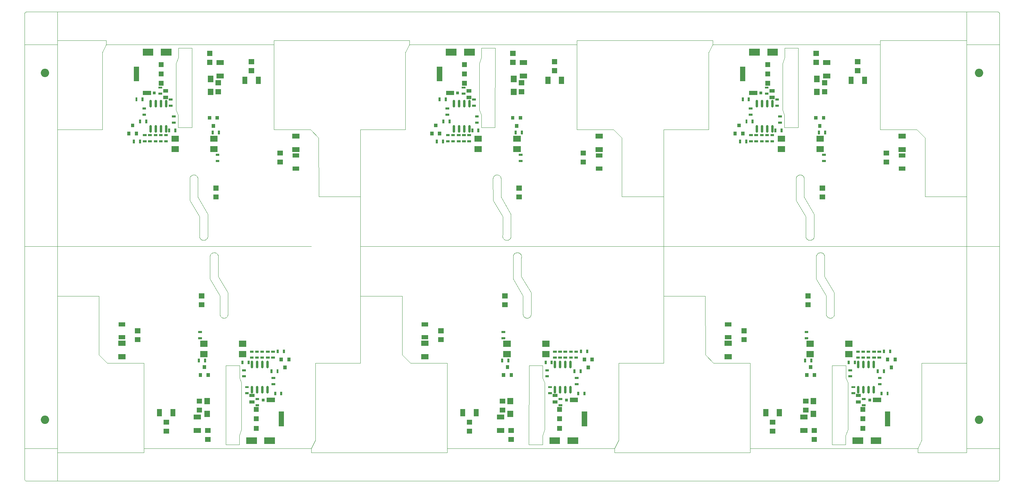
<source format=gtp>
*
%FSLAX36Y36*%
%MOIN*%
%ADD10R,0.048000X0.048000*%
%ADD11R,0.032000X0.032000*%
%ADD12R,0.065000X0.065000*%
%ADD13C,0.024000*%
%ADD14R,0.043310X0.043310*%
%ADD15R,0.031500X0.031500*%
%ADD16R,0.019690X0.019690*%
%ADD17R,0.059060X0.059060*%
%ADD18R,0.051180X0.051180*%
%ADD19R,0.055000X0.055000*%
%ADD20R,0.040000X0.040000*%
%ADD21C,0.003937*%
%ADD22C,0.080709*%
%IPPOS*%
%LNs2c02725.gtp*%
%LPD*%
G75*
G54D10*
X1683031Y770780D02*
X1687031D01*
X1683031Y684780D02*
X1687031D01*
X1368031Y481780D02*
X1364031D01*
X1368031Y567780D02*
X1364031D01*
X1677031Y488780D02*
X1655031D01*
X1677031Y618780D02*
X1655031D01*
X1705031Y1786780D02*
X1709031D01*
X1705031Y1700780D02*
X1709031D01*
X1769031Y401780D02*
X1765031D01*
X1769031Y487780D02*
X1765031D01*
X948192Y1199969D02*
X926192D01*
X948192Y1329969D02*
X926192D01*
X1092031Y1363780D02*
X1088031D01*
X1092031Y1449780D02*
X1088031D01*
X1300031Y649780D02*
Y671780D01*
X1430031Y649780D02*
Y671780D01*
G54D11*
X2547521Y1175850D02*
Y1171850D01*
X2473521Y1175850D02*
Y1171850D01*
X2510521Y1097850D02*
Y1093850D01*
X1695031Y1020780D02*
Y1024780D01*
X1769031Y1020780D02*
Y1024780D01*
X1732031Y1098780D02*
Y1102780D01*
G54D12*
X2168521Y389850D02*
X2205521D01*
X2343521D02*
X2380521D01*
G54D13*
X2338521Y1151850D02*
Y1101850D01*
X2288521Y1151850D02*
Y1101850D01*
X2238521Y1151850D02*
Y1101850D01*
X2188521Y1151850D02*
Y1101850D01*
Y907850D02*
Y857850D01*
X2238521Y907850D02*
Y857850D01*
X2288521Y907850D02*
Y857850D01*
X2338521Y907850D02*
Y857850D01*
G54D14*
X2389851Y782850D02*
X2354421D01*
G54D15*
X2301271D03*
X2183642Y826340D02*
X2199392D01*
X2183642Y763350D02*
X2199392D01*
G54D16*
X2235642Y790380D02*
X2251392D01*
X2235642Y731319D02*
X2251392D01*
X2106642Y1069380D02*
X2122392D01*
X2106642Y1010319D02*
X2122392D01*
X2402392Y1190319D02*
X2386642D01*
X2402392Y1249380D02*
X2386642D01*
X2151392Y847319D02*
X2135642D01*
X2151392Y906380D02*
X2135642D01*
X2352392Y1190319D02*
X2336642D01*
X2352392Y1249380D02*
X2336642D01*
X2474042Y852719D02*
Y836969D01*
X2414992Y852719D02*
Y836969D01*
X2247392Y1190319D02*
X2231642D01*
X2247392Y1249380D02*
X2231642D01*
X2197392Y1190319D02*
X2181642D01*
X2197392Y1249380D02*
X2181642D01*
X2159042Y1152719D02*
Y1136969D01*
X2099992Y1152719D02*
Y1136969D01*
X2438042Y1066719D02*
Y1050969D01*
X2378992Y1066719D02*
Y1050969D01*
X2499562Y1258660D02*
Y1242910D01*
X2440512Y1258660D02*
Y1242910D01*
X2406392Y934319D02*
X2390642D01*
X2406392Y993380D02*
X2390642D01*
X2297392Y1190319D02*
X2281642D01*
X2297392Y1249380D02*
X2281642D01*
X1684162Y1438310D02*
X1699912D01*
X1684162Y1379260D02*
X1699912D01*
X1680512Y1155910D02*
Y1171660D01*
X1739562Y1155910D02*
Y1171660D01*
G54D17*
X1721601Y1324850D02*
X1733412D01*
X1721601Y1224850D02*
X1733412D01*
X2095621D02*
X2107431D01*
X2095621Y1324850D02*
X2107431D01*
G54D18*
X2234442Y690400D03*
G54D18*
Y509300D03*
X2474592Y645119D02*
Y554569D01*
G54D18*
X2234442Y599850D03*
G54D19*
X1759521Y774850D02*
Y768850D01*
Y650850D02*
Y644850D01*
G54D20*
X948692Y1386969D02*
X925692D01*
X948692Y1512969D02*
X925692D01*
G54D10*
X4605031Y770780D02*
X4609031D01*
X4605031Y684780D02*
X4609031D01*
X4290031Y481780D02*
X4286031D01*
X4290031Y567780D02*
X4286031D01*
X4599031Y488780D02*
X4577031D01*
X4599031Y618780D02*
X4577031D01*
X4627031Y1786780D02*
X4631031D01*
X4627031Y1700780D02*
X4631031D01*
X4691031Y401780D02*
X4687031D01*
X4691031Y487780D02*
X4687031D01*
X3870192Y1199969D02*
X3848192D01*
X3870192Y1329969D02*
X3848192D01*
X4014031Y1363780D02*
X4010031D01*
X4014031Y1449780D02*
X4010031D01*
X4222031Y649780D02*
Y671780D01*
X4352031Y649780D02*
Y671780D01*
G54D11*
X5469521Y1175850D02*
Y1171850D01*
X5395521Y1175850D02*
Y1171850D01*
X5432521Y1097850D02*
Y1093850D01*
X4617031Y1020780D02*
Y1024780D01*
X4691031Y1020780D02*
Y1024780D01*
X4654031Y1098780D02*
Y1102780D01*
G54D12*
X5090521Y389850D02*
X5127521D01*
X5265521D02*
X5302521D01*
G54D13*
X5260521Y1151850D02*
Y1101850D01*
X5210521Y1151850D02*
Y1101850D01*
X5160521Y1151850D02*
Y1101850D01*
X5110521Y1151850D02*
Y1101850D01*
Y907850D02*
Y857850D01*
X5160521Y907850D02*
Y857850D01*
X5210521Y907850D02*
Y857850D01*
X5260521Y907850D02*
Y857850D01*
G54D14*
X5311851Y782850D02*
X5276421D01*
G54D15*
X5223271D03*
X5105642Y826340D02*
X5121392D01*
X5105642Y763350D02*
X5121392D01*
G54D16*
X5157642Y790380D02*
X5173392D01*
X5157642Y731319D02*
X5173392D01*
X5028642Y1069380D02*
X5044392D01*
X5028642Y1010319D02*
X5044392D01*
X5324392Y1190319D02*
X5308642D01*
X5324392Y1249380D02*
X5308642D01*
X5073392Y847319D02*
X5057642D01*
X5073392Y906380D02*
X5057642D01*
X5274392Y1190319D02*
X5258642D01*
X5274392Y1249380D02*
X5258642D01*
X5396042Y852719D02*
Y836969D01*
X5336992Y852719D02*
Y836969D01*
X5169392Y1190319D02*
X5153642D01*
X5169392Y1249380D02*
X5153642D01*
X5119392Y1190319D02*
X5103642D01*
X5119392Y1249380D02*
X5103642D01*
X5081042Y1152719D02*
Y1136969D01*
X5021992Y1152719D02*
Y1136969D01*
X5360042Y1066719D02*
Y1050969D01*
X5300992Y1066719D02*
Y1050969D01*
X5421562Y1258660D02*
Y1242910D01*
X5362512Y1258660D02*
Y1242910D01*
X5328392Y934319D02*
X5312642D01*
X5328392Y993380D02*
X5312642D01*
X5219392Y1190319D02*
X5203642D01*
X5219392Y1249380D02*
X5203642D01*
X4606162Y1438310D02*
X4621912D01*
X4606162Y1379260D02*
X4621912D01*
X4602512Y1155910D02*
Y1171660D01*
X4661562Y1155910D02*
Y1171660D01*
G54D17*
X4643601Y1324850D02*
X4655412D01*
X4643601Y1224850D02*
X4655412D01*
X5017621D02*
X5029431D01*
X5017621Y1324850D02*
X5029431D01*
G54D18*
X5156442Y690400D03*
G54D18*
Y509300D03*
X5396592Y645119D02*
Y554569D01*
G54D18*
X5156442Y599850D03*
G54D19*
X4681521Y774850D02*
Y768850D01*
Y650850D02*
Y644850D01*
G54D20*
X3870692Y1386969D02*
X3847692D01*
X3870692Y1512969D02*
X3847692D01*
G54D10*
X7527031Y770780D02*
X7531031D01*
X7527031Y684780D02*
X7531031D01*
X7212031Y481780D02*
X7208031D01*
X7212031Y567780D02*
X7208031D01*
X7521031Y488780D02*
X7499031D01*
X7521031Y618780D02*
X7499031D01*
X7549031Y1786780D02*
X7553031D01*
X7549031Y1700780D02*
X7553031D01*
X7613031Y401780D02*
X7609031D01*
X7613031Y487780D02*
X7609031D01*
X6792192Y1199969D02*
X6770192D01*
X6792192Y1329969D02*
X6770192D01*
X6936031Y1363780D02*
X6932031D01*
X6936031Y1449780D02*
X6932031D01*
X7144031Y649780D02*
Y671780D01*
X7274031Y649780D02*
Y671780D01*
G54D11*
X8391521Y1175850D02*
Y1171850D01*
X8317521Y1175850D02*
Y1171850D01*
X8354521Y1097850D02*
Y1093850D01*
X7539031Y1020780D02*
Y1024780D01*
X7613031Y1020780D02*
Y1024780D01*
X7576031Y1098780D02*
Y1102780D01*
G54D12*
X8012521Y389850D02*
X8049521D01*
X8187521D02*
X8224521D01*
G54D13*
X8182521Y1151850D02*
Y1101850D01*
X8132521Y1151850D02*
Y1101850D01*
X8082521Y1151850D02*
Y1101850D01*
X8032521Y1151850D02*
Y1101850D01*
Y907850D02*
Y857850D01*
X8082521Y907850D02*
Y857850D01*
X8132521Y907850D02*
Y857850D01*
X8182521Y907850D02*
Y857850D01*
G54D14*
X8233851Y782850D02*
X8198421D01*
G54D15*
X8145271D03*
X8027642Y826340D02*
X8043392D01*
X8027642Y763350D02*
X8043392D01*
G54D16*
X8079642Y790380D02*
X8095392D01*
X8079642Y731319D02*
X8095392D01*
X7950642Y1069380D02*
X7966392D01*
X7950642Y1010319D02*
X7966392D01*
X8246392Y1190319D02*
X8230642D01*
X8246392Y1249380D02*
X8230642D01*
X7995392Y847319D02*
X7979642D01*
X7995392Y906380D02*
X7979642D01*
X8196392Y1190319D02*
X8180642D01*
X8196392Y1249380D02*
X8180642D01*
X8318042Y852719D02*
Y836969D01*
X8258992Y852719D02*
Y836969D01*
X8091392Y1190319D02*
X8075642D01*
X8091392Y1249380D02*
X8075642D01*
X8041392Y1190319D02*
X8025642D01*
X8041392Y1249380D02*
X8025642D01*
X8003042Y1152719D02*
Y1136969D01*
X7943992Y1152719D02*
Y1136969D01*
X8282042Y1066719D02*
Y1050969D01*
X8222992Y1066719D02*
Y1050969D01*
X8343562Y1258660D02*
Y1242910D01*
X8284512Y1258660D02*
Y1242910D01*
X8250392Y934319D02*
X8234642D01*
X8250392Y993380D02*
X8234642D01*
X8141392Y1190319D02*
X8125642D01*
X8141392Y1249380D02*
X8125642D01*
X7528162Y1438310D02*
X7543912D01*
X7528162Y1379260D02*
X7543912D01*
X7524512Y1155910D02*
Y1171660D01*
X7583562Y1155910D02*
Y1171660D01*
G54D17*
X7565601Y1324850D02*
X7577412D01*
X7565601Y1224850D02*
X7577412D01*
X7939621D02*
X7951431D01*
X7939621Y1324850D02*
X7951431D01*
G54D18*
X8078442Y690400D03*
G54D18*
Y509300D03*
X8318592Y645119D02*
Y554569D01*
G54D18*
X8078442Y599850D03*
G54D19*
X7603521Y774850D02*
Y768850D01*
Y650850D02*
Y644850D01*
G54D20*
X6792692Y1386969D02*
X6769692D01*
X6792692Y1512969D02*
X6769692D01*
G54D10*
X1869031Y3756780D02*
X1865031D01*
X1869031Y3842780D02*
X1865031D01*
X2184031Y4045780D02*
X2188031D01*
X2184031Y3959780D02*
X2188031D01*
X1875031Y4038780D02*
X1897031D01*
X1875031Y3908780D02*
X1897031D01*
X1847031Y2740780D02*
X1843031D01*
X1847031Y2826780D02*
X1843031D01*
X1783031Y4125780D02*
X1787031D01*
X1783031Y4039780D02*
X1787031D01*
X2603871Y3327590D02*
X2625871D01*
X2603871Y3197590D02*
X2625871D01*
X2460031Y3163780D02*
X2464031D01*
X2460031Y3077780D02*
X2464031D01*
X2252031Y3877780D02*
Y3855780D01*
X2122031Y3877780D02*
Y3855780D01*
G54D11*
X1004542Y3351710D02*
Y3355710D01*
X1078542Y3351710D02*
Y3355710D01*
X1041542Y3429710D02*
Y3433710D01*
X1857031Y3506780D02*
Y3502780D01*
X1783031Y3506780D02*
Y3502780D01*
X1820031Y3428780D02*
Y3424780D01*
G54D12*
X1383542Y4137710D02*
X1346542D01*
X1208542D02*
X1171542D01*
G54D13*
X1213542Y3375710D02*
Y3425710D01*
X1263542Y3375710D02*
Y3425710D01*
X1313542Y3375710D02*
Y3425710D01*
X1363542Y3375710D02*
Y3425710D01*
Y3619710D02*
Y3669710D01*
X1313542Y3619710D02*
Y3669710D01*
X1263542Y3619710D02*
Y3669710D01*
X1213542Y3619710D02*
Y3669710D01*
G54D14*
X1162212Y3744710D02*
X1197642D01*
G54D15*
X1250792D03*
X1368421Y3701219D02*
X1352671D01*
X1368421Y3764210D02*
X1352671D01*
G54D16*
X1316421Y3737180D02*
X1300671D01*
X1316421Y3796240D02*
X1300671D01*
X1445421Y3458180D02*
X1429671D01*
X1445421Y3517240D02*
X1429671D01*
X1149671Y3337240D02*
X1165421D01*
X1149671Y3278180D02*
X1165421D01*
X1400671Y3680240D02*
X1416421D01*
X1400671Y3621180D02*
X1416421D01*
X1199671Y3337240D02*
X1215421D01*
X1199671Y3278180D02*
X1215421D01*
X1078021Y3674840D02*
Y3690590D01*
X1137071Y3674840D02*
Y3690590D01*
X1304671Y3337240D02*
X1320421D01*
X1304671Y3278180D02*
X1320421D01*
X1354671Y3337240D02*
X1370421D01*
X1354671Y3278180D02*
X1370421D01*
X1393021Y3374840D02*
Y3390590D01*
X1452071Y3374840D02*
Y3390590D01*
X1114021Y3460840D02*
Y3476590D01*
X1173071Y3460840D02*
Y3476590D01*
X1052501Y3268900D02*
Y3284650D01*
X1111551Y3268900D02*
Y3284650D01*
X1145671Y3593240D02*
X1161421D01*
X1145671Y3534180D02*
X1161421D01*
X1254671Y3337240D02*
X1270421D01*
X1254671Y3278180D02*
X1270421D01*
X1867901Y3089250D02*
X1852151D01*
X1867901Y3148300D02*
X1852151D01*
X1871551Y3371650D02*
Y3355900D01*
X1812501Y3371650D02*
Y3355900D01*
G54D17*
X1830462Y3202710D02*
X1818651D01*
X1830462Y3302710D02*
X1818651D01*
X1456442D02*
X1444631D01*
X1456442Y3202710D02*
X1444631D01*
G54D18*
X1317621Y3837160D03*
Y4018260D03*
X1077471Y3882440D02*
Y3972990D01*
X1317621Y3927710D03*
G54D19*
X1792542Y3752710D02*
Y3758710D01*
Y3876710D02*
Y3882710D01*
G54D20*
X2603371Y3140590D02*
X2626371D01*
X2603371Y3014590D02*
X2626371D01*
G54D10*
X4791031Y3756780D02*
X4787031D01*
X4791031Y3842780D02*
X4787031D01*
X5106031Y4045780D02*
X5110031D01*
X5106031Y3959780D02*
X5110031D01*
X4797031Y4038780D02*
X4819031D01*
X4797031Y3908780D02*
X4819031D01*
X4769031Y2740780D02*
X4765031D01*
X4769031Y2826780D02*
X4765031D01*
X4705031Y4125780D02*
X4709031D01*
X4705031Y4039780D02*
X4709031D01*
X5525871Y3327590D02*
X5547871D01*
X5525871Y3197590D02*
X5547871D01*
X5382031Y3163780D02*
X5386031D01*
X5382031Y3077780D02*
X5386031D01*
X5174031Y3877780D02*
Y3855780D01*
X5044031Y3877780D02*
Y3855780D01*
G54D11*
X3926542Y3351710D02*
Y3355710D01*
X4000542Y3351710D02*
Y3355710D01*
X3963542Y3429710D02*
Y3433710D01*
X4779031Y3506780D02*
Y3502780D01*
X4705031Y3506780D02*
Y3502780D01*
X4742031Y3428780D02*
Y3424780D01*
G54D12*
X4305542Y4137710D02*
X4268542D01*
X4130542D02*
X4093542D01*
G54D13*
X4135542Y3375710D02*
Y3425710D01*
X4185542Y3375710D02*
Y3425710D01*
X4235542Y3375710D02*
Y3425710D01*
X4285542Y3375710D02*
Y3425710D01*
Y3619710D02*
Y3669710D01*
X4235542Y3619710D02*
Y3669710D01*
X4185542Y3619710D02*
Y3669710D01*
X4135542Y3619710D02*
Y3669710D01*
G54D14*
X4084212Y3744710D02*
X4119642D01*
G54D15*
X4172792D03*
X4290421Y3701219D02*
X4274671D01*
X4290421Y3764210D02*
X4274671D01*
G54D16*
X4238421Y3737180D02*
X4222671D01*
X4238421Y3796240D02*
X4222671D01*
X4367421Y3458180D02*
X4351671D01*
X4367421Y3517240D02*
X4351671D01*
X4071671Y3337240D02*
X4087421D01*
X4071671Y3278180D02*
X4087421D01*
X4322671Y3680240D02*
X4338421D01*
X4322671Y3621180D02*
X4338421D01*
X4121671Y3337240D02*
X4137421D01*
X4121671Y3278180D02*
X4137421D01*
X4000021Y3674840D02*
Y3690590D01*
X4059071Y3674840D02*
Y3690590D01*
X4226671Y3337240D02*
X4242421D01*
X4226671Y3278180D02*
X4242421D01*
X4276671Y3337240D02*
X4292421D01*
X4276671Y3278180D02*
X4292421D01*
X4315021Y3374840D02*
Y3390590D01*
X4374071Y3374840D02*
Y3390590D01*
X4036021Y3460840D02*
Y3476590D01*
X4095071Y3460840D02*
Y3476590D01*
X3974501Y3268900D02*
Y3284650D01*
X4033551Y3268900D02*
Y3284650D01*
X4067671Y3593240D02*
X4083421D01*
X4067671Y3534180D02*
X4083421D01*
X4176671Y3337240D02*
X4192421D01*
X4176671Y3278180D02*
X4192421D01*
X4789901Y3089250D02*
X4774151D01*
X4789901Y3148300D02*
X4774151D01*
X4793551Y3371650D02*
Y3355900D01*
X4734501Y3371650D02*
Y3355900D01*
G54D17*
X4752462Y3202710D02*
X4740651D01*
X4752462Y3302710D02*
X4740651D01*
X4378442D02*
X4366631D01*
X4378442Y3202710D02*
X4366631D01*
G54D18*
X4239621Y3837160D03*
Y4018260D03*
X3999471Y3882440D02*
Y3972990D01*
X4239621Y3927710D03*
G54D19*
X4714542Y3752710D02*
Y3758710D01*
Y3876710D02*
Y3882710D01*
G54D20*
X5525371Y3140590D02*
X5548371D01*
X5525371Y3014590D02*
X5548371D01*
G54D10*
X7713031Y3756780D02*
X7709031D01*
X7713031Y3842780D02*
X7709031D01*
X8028031Y4045780D02*
X8032031D01*
X8028031Y3959780D02*
X8032031D01*
X7719031Y4038780D02*
X7741031D01*
X7719031Y3908780D02*
X7741031D01*
X7691031Y2740780D02*
X7687031D01*
X7691031Y2826780D02*
X7687031D01*
X7627031Y4125780D02*
X7631031D01*
X7627031Y4039780D02*
X7631031D01*
X8447871Y3327590D02*
X8469871D01*
X8447871Y3197590D02*
X8469871D01*
X8304031Y3163780D02*
X8308031D01*
X8304031Y3077780D02*
X8308031D01*
X8096031Y3877780D02*
Y3855780D01*
X7966031Y3877780D02*
Y3855780D01*
G54D11*
X6848542Y3351710D02*
Y3355710D01*
X6922542Y3351710D02*
Y3355710D01*
X6885542Y3429710D02*
Y3433710D01*
X7701031Y3506780D02*
Y3502780D01*
X7627031Y3506780D02*
Y3502780D01*
X7664031Y3428780D02*
Y3424780D01*
G54D12*
X7227542Y4137710D02*
X7190542D01*
X7052542D02*
X7015542D01*
G54D13*
X7057542Y3375710D02*
Y3425710D01*
X7107542Y3375710D02*
Y3425710D01*
X7157542Y3375710D02*
Y3425710D01*
X7207542Y3375710D02*
Y3425710D01*
Y3619710D02*
Y3669710D01*
X7157542Y3619710D02*
Y3669710D01*
X7107542Y3619710D02*
Y3669710D01*
X7057542Y3619710D02*
Y3669710D01*
G54D14*
X7006212Y3744710D02*
X7041642D01*
G54D15*
X7094792D03*
X7212421Y3701219D02*
X7196671D01*
X7212421Y3764210D02*
X7196671D01*
G54D16*
X7160421Y3737180D02*
X7144671D01*
X7160421Y3796240D02*
X7144671D01*
X7289421Y3458180D02*
X7273671D01*
X7289421Y3517240D02*
X7273671D01*
X6993671Y3337240D02*
X7009421D01*
X6993671Y3278180D02*
X7009421D01*
X7244671Y3680240D02*
X7260421D01*
X7244671Y3621180D02*
X7260421D01*
X7043671Y3337240D02*
X7059421D01*
X7043671Y3278180D02*
X7059421D01*
X6922021Y3674840D02*
Y3690590D01*
X6981071Y3674840D02*
Y3690590D01*
X7148671Y3337240D02*
X7164421D01*
X7148671Y3278180D02*
X7164421D01*
X7198671Y3337240D02*
X7214421D01*
X7198671Y3278180D02*
X7214421D01*
X7237021Y3374840D02*
Y3390590D01*
X7296071Y3374840D02*
Y3390590D01*
X6958021Y3460840D02*
Y3476590D01*
X7017071Y3460840D02*
Y3476590D01*
X6896501Y3268900D02*
Y3284650D01*
X6955551Y3268900D02*
Y3284650D01*
X6989671Y3593240D02*
X7005421D01*
X6989671Y3534180D02*
X7005421D01*
X7098671Y3337240D02*
X7114421D01*
X7098671Y3278180D02*
X7114421D01*
X7711901Y3089250D02*
X7696151D01*
X7711901Y3148300D02*
X7696151D01*
X7715551Y3371650D02*
Y3355900D01*
X7656501Y3371650D02*
Y3355900D01*
G54D17*
X7674462Y3202710D02*
X7662651D01*
X7674462Y3302710D02*
X7662651D01*
X7300442D02*
X7288631D01*
X7300442Y3202710D02*
X7288631D01*
G54D18*
X7161621Y3837160D03*
Y4018260D03*
X6921471Y3882440D02*
Y3972990D01*
X7161621Y3927710D03*
G54D19*
X7636542Y3752710D02*
Y3758710D01*
Y3876710D02*
Y3882710D01*
G54D20*
X8447371Y3140590D02*
X8470371D01*
X8447371Y3014590D02*
X8470371D01*
G54D21*
X6994421Y314969D02*
X8608592D01*
X3237031Y2263780D02*
Y2743780D01*
X2835031D01*
X2834612Y3311019D01*
X2755871Y3389760D01*
X2401642D01*
Y4212590D01*
X787471D01*
X748101Y4133850D01*
Y3389760D01*
X315031D01*
Y4527559D02*
Y0D01*
X1482542Y4177710D02*
X1612871D01*
X1612542Y3412710D01*
X1480542D01*
Y3532390D01*
X1461042Y3580890D01*
Y4028490D01*
X1482542Y4088490D01*
Y4177710D01*
X1592051Y2918150D02*
X1592721Y2709319D01*
X1686962Y2552319D01*
X1687112Y2376240D01*
X1685596Y2370120D01*
X1685052Y2363838D01*
X1685493Y2357549D01*
X1686908Y2351405D01*
X1689263Y2345556D01*
X1692500Y2340146D01*
X1696540Y2335306D01*
X1701285Y2331154D01*
X1706618Y2327791D01*
X1712410Y2325300D01*
X1718519Y2323742D01*
X1724796Y2323154D01*
X1731089Y2323551D01*
X1737243Y2324924D01*
X1743107Y2327238D01*
X1748540Y2330437D01*
X1753409Y2334443D01*
X1757594Y2339158D01*
X1760993Y2344468D01*
X1763524Y2350243D01*
X1765125Y2356341D01*
X1765421Y2358240D01*
Y2358219D02*
X1764731Y2575580D01*
X1670351Y2741100D01*
X1670212Y2913150D01*
Y2913119D02*
X1670185Y2919330D01*
X1669178Y2925458D01*
X1667214Y2931350D01*
X1664343Y2936858D01*
X1660638Y2941842D01*
X1656192Y2946178D01*
X1651116Y2949757D01*
X1645538Y2952488D01*
X1639598Y2954303D01*
X1633447Y2955157D01*
X1627237Y2955027D01*
X1621127Y2953917D01*
X1615268Y2951855D01*
X1609809Y2948893D01*
X1604887Y2945106D01*
X1600626Y2940588D01*
X1597133Y2935453D01*
X1594495Y2929830D01*
X1592779Y2923861D01*
X1592051Y2918180D01*
X6159031Y2263780D02*
Y2743780D01*
X5757031D01*
X5756612Y3311019D01*
X5677871Y3389760D01*
X5323642D01*
Y4212590D01*
X3709471D01*
X3670101Y4133850D01*
Y3389760D01*
X3237031D01*
Y2263780D01*
X4404542Y4177710D02*
X4534871D01*
X4534542Y3412710D01*
X4402542D01*
Y3532390D01*
X4383042Y3580890D01*
Y4028490D01*
X4404542Y4088490D01*
Y4177710D01*
X4514051Y2918150D02*
X4514721Y2709319D01*
X4608962Y2552319D01*
X4609112Y2376240D01*
X4607596Y2370120D01*
X4607052Y2363838D01*
X4607493Y2357549D01*
X4608908Y2351405D01*
X4611263Y2345556D01*
X4614500Y2340146D01*
X4618540Y2335306D01*
X4623285Y2331154D01*
X4628618Y2327791D01*
X4634410Y2325300D01*
X4640519Y2323742D01*
X4646796Y2323154D01*
X4653089Y2323551D01*
X4659243Y2324924D01*
X4665107Y2327238D01*
X4670540Y2330437D01*
X4675409Y2334443D01*
X4679594Y2339158D01*
X4682993Y2344468D01*
X4685524Y2350243D01*
X4687125Y2356341D01*
X4687421Y2358240D01*
Y2358219D02*
X4686731Y2575580D01*
X4592351Y2741100D01*
X4592212Y2913150D01*
Y2913119D02*
X4592185Y2919330D01*
X4591178Y2925458D01*
X4589214Y2931350D01*
X4586343Y2936858D01*
X4582638Y2941842D01*
X4578192Y2946178D01*
X4573116Y2949757D01*
X4567538Y2952488D01*
X4561598Y2954303D01*
X4555447Y2955157D01*
X4549237Y2955027D01*
X4543127Y2953917D01*
X4537268Y2951855D01*
X4531809Y2948893D01*
X4526887Y2945106D01*
X4522626Y2940588D01*
X4519133Y2935453D01*
X4516495Y2929830D01*
X4514779Y2923861D01*
X4514051Y2918180D01*
X9081031Y314969D02*
Y4527559D01*
Y2743780D02*
X8679031D01*
X8678612Y3311019D01*
X8599871Y3389760D01*
X8245642D01*
Y4212590D01*
X9396063D02*
X9081031D01*
X6631471D02*
X6592101Y4133850D01*
Y3389760D01*
X6159031D01*
Y2263780D01*
X7326542Y4177710D02*
X7456871D01*
X7456542Y3412710D01*
X7324542D01*
Y3532390D01*
X7305042Y3580890D01*
Y4028490D01*
X7326542Y4088490D01*
Y4177710D01*
X7436051Y2918150D02*
X7436721Y2709319D01*
X7530962Y2552319D01*
X7531112Y2376240D01*
X7529596Y2370120D01*
X7529052Y2363838D01*
X7529493Y2357549D01*
X7530908Y2351405D01*
X7533263Y2345556D01*
X7536500Y2340146D01*
X7540540Y2335306D01*
X7545285Y2331154D01*
X7550618Y2327791D01*
X7556410Y2325300D01*
X7562519Y2323742D01*
X7568796Y2323154D01*
X7575089Y2323551D01*
X7581243Y2324924D01*
X7587107Y2327238D01*
X7592540Y2330437D01*
X7597409Y2334443D01*
X7601594Y2339158D01*
X7604993Y2344468D01*
X7607524Y2350243D01*
X7609125Y2356341D01*
X7609421Y2358240D01*
Y2358219D02*
X7608731Y2575580D01*
X7514351Y2741100D01*
X7514212Y2913150D01*
Y2913119D02*
X7514185Y2919330D01*
X7513178Y2925458D01*
X7511214Y2931350D01*
X7508343Y2936858D01*
X7504638Y2941842D01*
X7500192Y2946178D01*
X7495116Y2949757D01*
X7489538Y2952488D01*
X7483598Y2954303D01*
X7477447Y2955157D01*
X7471237Y2955027D01*
X7465127Y2953917D01*
X7459268Y2951855D01*
X7453809Y2948893D01*
X7448887Y2945106D01*
X7444626Y2940588D01*
X7441133Y2935453D01*
X7438495Y2929830D01*
X7436779Y2923861D01*
X7436051Y2918180D01*
X6159031Y2263780D02*
X9396063D01*
X0Y19685D02*
Y4507874D01*
X19685Y4527559D02*
X9376378D01*
X9396063Y4507874D02*
Y19685D01*
X9376378Y0D02*
X19685D01*
X8245642Y4212590D02*
X6631471D01*
X315031D02*
X0D01*
X9081031D02*
Y4251960D01*
X8245642D01*
Y4212590D01*
X6631471D02*
Y4251960D01*
X5323642D01*
Y4212590D01*
X787471D02*
Y4251960D01*
X315031D01*
Y4212590D01*
X3709471D02*
Y4251960D01*
X2401642D01*
Y4212590D01*
X6994421Y2263780D02*
X8608592D01*
X4072421D02*
X5686592D01*
X0D02*
X2764592D01*
X6159031D02*
Y1783780D01*
X6561031D01*
X6561451Y1216540D01*
X6640192Y1137800D01*
X6994421D01*
Y314969D01*
X8608592D01*
X8647962Y393710D01*
Y1137800D01*
X9081031D01*
X7913521Y349850D02*
X7783192D01*
X7783521Y1114850D01*
X7915521D01*
Y995169D01*
X7935021Y946669D01*
Y499069D01*
X7913521Y439069D01*
Y349850D01*
X7804012Y1609410D02*
X7803342Y1818240D01*
X7709101Y1975240D01*
X7708951Y2151319D01*
X7710467Y2157439D01*
X7711011Y2163721D01*
X7710570Y2170010D01*
X7709155Y2176154D01*
X7706800Y2182003D01*
X7703563Y2187413D01*
X7699523Y2192253D01*
X7694778Y2196405D01*
X7689445Y2199768D01*
X7683653Y2202259D01*
X7677544Y2203817D01*
X7671267Y2204405D01*
X7664974Y2204008D01*
X7658820Y2202635D01*
X7652956Y2200321D01*
X7647523Y2197122D01*
X7642654Y2193116D01*
X7638469Y2188401D01*
X7635070Y2183091D01*
X7632539Y2177317D01*
X7630938Y2171218D01*
X7630642Y2169319D01*
Y2169340D02*
X7631331Y1951980D01*
X7725712Y1786460D01*
X7725851Y1614410D01*
Y1614440D02*
X7725878Y1608229D01*
X7726885Y1602101D01*
X7728849Y1596209D01*
X7731720Y1590701D01*
X7735425Y1585717D01*
X7739871Y1581381D01*
X7744947Y1577802D01*
X7750525Y1575071D01*
X7756465Y1573256D01*
X7762616Y1572402D01*
X7768826Y1572532D01*
X7774936Y1573642D01*
X7780795Y1575704D01*
X7786254Y1578666D01*
X7791176Y1582453D01*
X7795437Y1586971D01*
X7798930Y1592106D01*
X7801568Y1597729D01*
X7803284Y1603698D01*
X7804012Y1609380D01*
X9396063Y2263780D02*
X6159031D01*
X3237031D02*
Y1783780D01*
X3639031D01*
X3639451Y1216540D01*
X3718192Y1137800D01*
X4072421D01*
Y314969D01*
X5686592D01*
X5725962Y393710D01*
Y1137800D01*
X6159031D01*
Y2263780D01*
X4991521Y349850D02*
X4861192D01*
X4861521Y1114850D01*
X4993521D01*
Y995169D01*
X5013021Y946669D01*
Y499069D01*
X4991521Y439069D01*
Y349850D01*
X4882012Y1609410D02*
X4881342Y1818240D01*
X4787101Y1975240D01*
X4786951Y2151319D01*
X4788467Y2157439D01*
X4789011Y2163721D01*
X4788570Y2170010D01*
X4787155Y2176154D01*
X4784800Y2182003D01*
X4781563Y2187413D01*
X4777523Y2192253D01*
X4772778Y2196405D01*
X4767445Y2199768D01*
X4761653Y2202259D01*
X4755544Y2203817D01*
X4749267Y2204405D01*
X4742974Y2204008D01*
X4736820Y2202635D01*
X4730956Y2200321D01*
X4725523Y2197122D01*
X4720654Y2193116D01*
X4716469Y2188401D01*
X4713070Y2183091D01*
X4710539Y2177317D01*
X4708938Y2171218D01*
X4708642Y2169319D01*
Y2169340D02*
X4709331Y1951980D01*
X4803712Y1786460D01*
X4803851Y1614410D01*
Y1614440D02*
X4803878Y1608229D01*
X4804885Y1602101D01*
X4806849Y1596209D01*
X4809720Y1590701D01*
X4813425Y1585717D01*
X4817871Y1581381D01*
X4822947Y1577802D01*
X4828525Y1575071D01*
X4834465Y1573256D01*
X4840616Y1572402D01*
X4846826Y1572532D01*
X4852936Y1573642D01*
X4858795Y1575704D01*
X4864254Y1578666D01*
X4869176Y1582453D01*
X4873437Y1586971D01*
X4876930Y1592106D01*
X4879568Y1597729D01*
X4881284Y1603698D01*
X4882012Y1609380D01*
X6159031Y2263780D02*
X3237031D01*
X315031Y1783780D02*
X717031D01*
X717451Y1216540D01*
X796192Y1137800D01*
X1150421D01*
Y314969D01*
X2764592D02*
X2803962Y393710D01*
Y1137800D01*
X3237031D01*
Y2263780D01*
X2069521Y349850D02*
X1939192D01*
X1939521Y1114850D01*
X2071521D01*
Y995169D01*
X2091021Y946669D01*
Y499069D01*
X2069521Y439069D01*
Y349850D01*
X1960012Y1609410D02*
X1959342Y1818240D01*
X1865101Y1975240D01*
X1864951Y2151319D01*
X1866467Y2157439D01*
X1867011Y2163721D01*
X1866570Y2170010D01*
X1865155Y2176154D01*
X1862800Y2182003D01*
X1859563Y2187413D01*
X1855523Y2192253D01*
X1850778Y2196405D01*
X1845445Y2199768D01*
X1839653Y2202259D01*
X1833544Y2203817D01*
X1827267Y2204405D01*
X1820974Y2204008D01*
X1814820Y2202635D01*
X1808956Y2200321D01*
X1803523Y2197122D01*
X1798654Y2193116D01*
X1794469Y2188401D01*
X1791070Y2183091D01*
X1788539Y2177317D01*
X1786938Y2171218D01*
X1786642Y2169319D01*
Y2169340D02*
X1787331Y1951980D01*
X1881712Y1786460D01*
X1881851Y1614410D01*
Y1614440D02*
X1881878Y1608229D01*
X1882885Y1602101D01*
X1884849Y1596209D01*
X1887720Y1590701D01*
X1891425Y1585717D01*
X1895871Y1581381D01*
X1900947Y1577802D01*
X1906525Y1575071D01*
X1912465Y1573256D01*
X1918616Y1572402D01*
X1924826Y1572532D01*
X1930936Y1573642D01*
X1936795Y1575704D01*
X1942254Y1578666D01*
X1947176Y1582453D01*
X1951437Y1586971D01*
X1954930Y1592106D01*
X1957568Y1597729D01*
X1959284Y1603698D01*
X1960012Y1609380D01*
X0Y314969D02*
X315031D01*
X9081031D02*
X9396063D01*
X315031D02*
Y275599D01*
X1150421D01*
Y314969D01*
X2764592D02*
Y275599D01*
X4072421D01*
Y314969D01*
X8608592D02*
Y275599D01*
X9081031D01*
Y314969D01*
Y2263780D02*
X9120402D01*
X5686592Y314969D02*
Y275599D01*
X6994421D01*
Y314969D01*
X275661Y2263780D02*
X315031D01*
X9081031Y314969D02*
X9396063D01*
X1150421D02*
X2764592D01*
X0Y19685D02*
X491Y15314D01*
X1941Y11161D01*
X4277Y7434D01*
X7382Y4319D01*
X11101Y1970D01*
X15249Y506D01*
X19618Y0D01*
X19685Y0D01*
Y4527559D02*
X15314Y4527068D01*
X11161Y4525618D01*
X7434Y4523282D01*
X4319Y4520177D01*
X1970Y4516458D01*
X506Y4512310D01*
X0Y4507941D01*
X0Y4507874D01*
X9376378Y4527559D02*
X9380749Y4527068D01*
X9384902Y4525618D01*
X9388629Y4523282D01*
X9391744Y4520177D01*
X9394093Y4516458D01*
X9395557Y4512310D01*
X9396063Y4507941D01*
X9396063Y4507874D01*
Y19685D02*
X9395572Y15314D01*
X9394122Y11161D01*
X9391786Y7434D01*
X9388681Y4319D01*
X9384962Y1970D01*
X9380814Y506D01*
X9376445Y0D01*
X9376378Y0D01*
G54D22*
X196850Y590551D03*
Y3937008D03*
X9199213D03*
Y590551D03*
M02*

</source>
